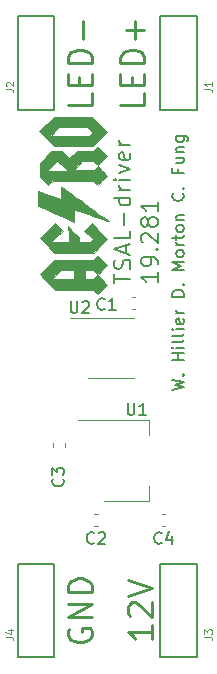
<source format=gbr>
G04 #@! TF.GenerationSoftware,KiCad,Pcbnew,5.1.4-e60b266~84~ubuntu18.04.1*
G04 #@! TF.CreationDate,2019-10-08T20:02:31-04:00*
G04 #@! TF.ProjectId,TSAL-driver,5453414c-2d64-4726-9976-65722e6b6963,rev?*
G04 #@! TF.SameCoordinates,Original*
G04 #@! TF.FileFunction,Legend,Top*
G04 #@! TF.FilePolarity,Positive*
%FSLAX46Y46*%
G04 Gerber Fmt 4.6, Leading zero omitted, Abs format (unit mm)*
G04 Created by KiCad (PCBNEW 5.1.4-e60b266~84~ubuntu18.04.1) date 2019-10-08 20:02:31*
%MOMM*%
%LPD*%
G04 APERTURE LIST*
%ADD10C,0.203200*%
%ADD11C,0.152400*%
%ADD12C,0.010000*%
%ADD13C,0.120000*%
%ADD14C,0.127000*%
%ADD15C,0.150000*%
%ADD16C,0.050000*%
%ADD17C,0.254000*%
G04 APERTURE END LIST*
D10*
X134229626Y-81522872D02*
X134229626Y-80724586D01*
X135626626Y-81123729D02*
X134229626Y-81123729D01*
X135560102Y-80325443D02*
X135626626Y-80125872D01*
X135626626Y-79793253D01*
X135560102Y-79660205D01*
X135493578Y-79593681D01*
X135360530Y-79527158D01*
X135227483Y-79527158D01*
X135094435Y-79593681D01*
X135027911Y-79660205D01*
X134961388Y-79793253D01*
X134894864Y-80059348D01*
X134828340Y-80192396D01*
X134761816Y-80258920D01*
X134628769Y-80325443D01*
X134495721Y-80325443D01*
X134362673Y-80258920D01*
X134296150Y-80192396D01*
X134229626Y-80059348D01*
X134229626Y-79726729D01*
X134296150Y-79527158D01*
X135227483Y-78994967D02*
X135227483Y-78329729D01*
X135626626Y-79128015D02*
X134229626Y-78662348D01*
X135626626Y-78196681D01*
X135626626Y-77065777D02*
X135626626Y-77731015D01*
X134229626Y-77731015D01*
X135094435Y-76600110D02*
X135094435Y-75535729D01*
X135626626Y-74271777D02*
X134229626Y-74271777D01*
X135560102Y-74271777D02*
X135626626Y-74404824D01*
X135626626Y-74670920D01*
X135560102Y-74803967D01*
X135493578Y-74870491D01*
X135360530Y-74937015D01*
X134961388Y-74937015D01*
X134828340Y-74870491D01*
X134761816Y-74803967D01*
X134695292Y-74670920D01*
X134695292Y-74404824D01*
X134761816Y-74271777D01*
X135626626Y-73606539D02*
X134695292Y-73606539D01*
X134961388Y-73606539D02*
X134828340Y-73540015D01*
X134761816Y-73473491D01*
X134695292Y-73340443D01*
X134695292Y-73207396D01*
X135626626Y-72741729D02*
X134695292Y-72741729D01*
X134229626Y-72741729D02*
X134296150Y-72808253D01*
X134362673Y-72741729D01*
X134296150Y-72675205D01*
X134229626Y-72741729D01*
X134362673Y-72741729D01*
X134695292Y-72209539D02*
X135626626Y-71876920D01*
X134695292Y-71544300D01*
X135560102Y-70479920D02*
X135626626Y-70612967D01*
X135626626Y-70879062D01*
X135560102Y-71012110D01*
X135427054Y-71078634D01*
X134894864Y-71078634D01*
X134761816Y-71012110D01*
X134695292Y-70879062D01*
X134695292Y-70612967D01*
X134761816Y-70479920D01*
X134894864Y-70413396D01*
X135027911Y-70413396D01*
X135160959Y-71078634D01*
X135626626Y-69814681D02*
X134695292Y-69814681D01*
X134961388Y-69814681D02*
X134828340Y-69748158D01*
X134761816Y-69681634D01*
X134695292Y-69548586D01*
X134695292Y-69415539D01*
X137925326Y-80591539D02*
X137925326Y-81389824D01*
X137925326Y-80990681D02*
X136528326Y-80990681D01*
X136727897Y-81123729D01*
X136860945Y-81256777D01*
X136927469Y-81389824D01*
X137925326Y-79926300D02*
X137925326Y-79660205D01*
X137858802Y-79527158D01*
X137792278Y-79460634D01*
X137592707Y-79327586D01*
X137326611Y-79261062D01*
X136794421Y-79261062D01*
X136661373Y-79327586D01*
X136594850Y-79394110D01*
X136528326Y-79527158D01*
X136528326Y-79793253D01*
X136594850Y-79926300D01*
X136661373Y-79992824D01*
X136794421Y-80059348D01*
X137127040Y-80059348D01*
X137260088Y-79992824D01*
X137326611Y-79926300D01*
X137393135Y-79793253D01*
X137393135Y-79527158D01*
X137326611Y-79394110D01*
X137260088Y-79327586D01*
X137127040Y-79261062D01*
X137792278Y-78662348D02*
X137858802Y-78595824D01*
X137925326Y-78662348D01*
X137858802Y-78728872D01*
X137792278Y-78662348D01*
X137925326Y-78662348D01*
X136661373Y-78063634D02*
X136594850Y-77997110D01*
X136528326Y-77864062D01*
X136528326Y-77531443D01*
X136594850Y-77398396D01*
X136661373Y-77331872D01*
X136794421Y-77265348D01*
X136927469Y-77265348D01*
X137127040Y-77331872D01*
X137925326Y-78130158D01*
X137925326Y-77265348D01*
X137127040Y-76467062D02*
X137060516Y-76600110D01*
X136993992Y-76666634D01*
X136860945Y-76733158D01*
X136794421Y-76733158D01*
X136661373Y-76666634D01*
X136594850Y-76600110D01*
X136528326Y-76467062D01*
X136528326Y-76200967D01*
X136594850Y-76067920D01*
X136661373Y-76001396D01*
X136794421Y-75934872D01*
X136860945Y-75934872D01*
X136993992Y-76001396D01*
X137060516Y-76067920D01*
X137127040Y-76200967D01*
X137127040Y-76467062D01*
X137193564Y-76600110D01*
X137260088Y-76666634D01*
X137393135Y-76733158D01*
X137659230Y-76733158D01*
X137792278Y-76666634D01*
X137858802Y-76600110D01*
X137925326Y-76467062D01*
X137925326Y-76200967D01*
X137858802Y-76067920D01*
X137792278Y-76001396D01*
X137659230Y-75934872D01*
X137393135Y-75934872D01*
X137260088Y-76001396D01*
X137193564Y-76067920D01*
X137127040Y-76200967D01*
X137925326Y-74604396D02*
X137925326Y-75402681D01*
X137925326Y-75003539D02*
X136528326Y-75003539D01*
X136727897Y-75136586D01*
X136860945Y-75269634D01*
X136927469Y-75402681D01*
D11*
X139143619Y-90544952D02*
X140159619Y-90303047D01*
X139433904Y-90109523D01*
X140159619Y-89916000D01*
X139143619Y-89674095D01*
X140062857Y-89287047D02*
X140111238Y-89238666D01*
X140159619Y-89287047D01*
X140111238Y-89335428D01*
X140062857Y-89287047D01*
X140159619Y-89287047D01*
X140159619Y-88029142D02*
X139143619Y-88029142D01*
X139627428Y-88029142D02*
X139627428Y-87448571D01*
X140159619Y-87448571D02*
X139143619Y-87448571D01*
X140159619Y-86964761D02*
X139482285Y-86964761D01*
X139143619Y-86964761D02*
X139192000Y-87013142D01*
X139240380Y-86964761D01*
X139192000Y-86916380D01*
X139143619Y-86964761D01*
X139240380Y-86964761D01*
X140159619Y-86335809D02*
X140111238Y-86432571D01*
X140014476Y-86480952D01*
X139143619Y-86480952D01*
X140159619Y-85803619D02*
X140111238Y-85900380D01*
X140014476Y-85948761D01*
X139143619Y-85948761D01*
X140159619Y-85416571D02*
X139482285Y-85416571D01*
X139143619Y-85416571D02*
X139192000Y-85464952D01*
X139240380Y-85416571D01*
X139192000Y-85368190D01*
X139143619Y-85416571D01*
X139240380Y-85416571D01*
X140111238Y-84545714D02*
X140159619Y-84642476D01*
X140159619Y-84836000D01*
X140111238Y-84932761D01*
X140014476Y-84981142D01*
X139627428Y-84981142D01*
X139530666Y-84932761D01*
X139482285Y-84836000D01*
X139482285Y-84642476D01*
X139530666Y-84545714D01*
X139627428Y-84497333D01*
X139724190Y-84497333D01*
X139820952Y-84981142D01*
X140159619Y-84061904D02*
X139482285Y-84061904D01*
X139675809Y-84061904D02*
X139579047Y-84013523D01*
X139530666Y-83965142D01*
X139482285Y-83868380D01*
X139482285Y-83771619D01*
X140159619Y-82658857D02*
X139143619Y-82658857D01*
X139143619Y-82416952D01*
X139192000Y-82271809D01*
X139288761Y-82175047D01*
X139385523Y-82126666D01*
X139579047Y-82078285D01*
X139724190Y-82078285D01*
X139917714Y-82126666D01*
X140014476Y-82175047D01*
X140111238Y-82271809D01*
X140159619Y-82416952D01*
X140159619Y-82658857D01*
X140062857Y-81642857D02*
X140111238Y-81594476D01*
X140159619Y-81642857D01*
X140111238Y-81691238D01*
X140062857Y-81642857D01*
X140159619Y-81642857D01*
X140159619Y-80384952D02*
X139143619Y-80384952D01*
X139869333Y-80046285D01*
X139143619Y-79707619D01*
X140159619Y-79707619D01*
X140159619Y-79078666D02*
X140111238Y-79175428D01*
X140062857Y-79223809D01*
X139966095Y-79272190D01*
X139675809Y-79272190D01*
X139579047Y-79223809D01*
X139530666Y-79175428D01*
X139482285Y-79078666D01*
X139482285Y-78933523D01*
X139530666Y-78836761D01*
X139579047Y-78788380D01*
X139675809Y-78740000D01*
X139966095Y-78740000D01*
X140062857Y-78788380D01*
X140111238Y-78836761D01*
X140159619Y-78933523D01*
X140159619Y-79078666D01*
X140159619Y-78304571D02*
X139482285Y-78304571D01*
X139675809Y-78304571D02*
X139579047Y-78256190D01*
X139530666Y-78207809D01*
X139482285Y-78111047D01*
X139482285Y-78014285D01*
X139482285Y-77820761D02*
X139482285Y-77433714D01*
X139143619Y-77675619D02*
X140014476Y-77675619D01*
X140111238Y-77627238D01*
X140159619Y-77530476D01*
X140159619Y-77433714D01*
X140159619Y-76949904D02*
X140111238Y-77046666D01*
X140062857Y-77095047D01*
X139966095Y-77143428D01*
X139675809Y-77143428D01*
X139579047Y-77095047D01*
X139530666Y-77046666D01*
X139482285Y-76949904D01*
X139482285Y-76804761D01*
X139530666Y-76708000D01*
X139579047Y-76659619D01*
X139675809Y-76611238D01*
X139966095Y-76611238D01*
X140062857Y-76659619D01*
X140111238Y-76708000D01*
X140159619Y-76804761D01*
X140159619Y-76949904D01*
X139482285Y-76175809D02*
X140159619Y-76175809D01*
X139579047Y-76175809D02*
X139530666Y-76127428D01*
X139482285Y-76030666D01*
X139482285Y-75885523D01*
X139530666Y-75788761D01*
X139627428Y-75740380D01*
X140159619Y-75740380D01*
X140062857Y-73901904D02*
X140111238Y-73950285D01*
X140159619Y-74095428D01*
X140159619Y-74192190D01*
X140111238Y-74337333D01*
X140014476Y-74434095D01*
X139917714Y-74482476D01*
X139724190Y-74530857D01*
X139579047Y-74530857D01*
X139385523Y-74482476D01*
X139288761Y-74434095D01*
X139192000Y-74337333D01*
X139143619Y-74192190D01*
X139143619Y-74095428D01*
X139192000Y-73950285D01*
X139240380Y-73901904D01*
X140062857Y-73466476D02*
X140111238Y-73418095D01*
X140159619Y-73466476D01*
X140111238Y-73514857D01*
X140062857Y-73466476D01*
X140159619Y-73466476D01*
X139627428Y-71869904D02*
X139627428Y-72208571D01*
X140159619Y-72208571D02*
X139143619Y-72208571D01*
X139143619Y-71724761D01*
X139482285Y-70902285D02*
X140159619Y-70902285D01*
X139482285Y-71337714D02*
X140014476Y-71337714D01*
X140111238Y-71289333D01*
X140159619Y-71192571D01*
X140159619Y-71047428D01*
X140111238Y-70950666D01*
X140062857Y-70902285D01*
X139482285Y-70418476D02*
X140159619Y-70418476D01*
X139579047Y-70418476D02*
X139530666Y-70370095D01*
X139482285Y-70273333D01*
X139482285Y-70128190D01*
X139530666Y-70031428D01*
X139627428Y-69983047D01*
X140159619Y-69983047D01*
X139482285Y-69063809D02*
X140304761Y-69063809D01*
X140401523Y-69112190D01*
X140449904Y-69160571D01*
X140498285Y-69257333D01*
X140498285Y-69402476D01*
X140449904Y-69499238D01*
X140111238Y-69063809D02*
X140159619Y-69160571D01*
X140159619Y-69354095D01*
X140111238Y-69450857D01*
X140062857Y-69499238D01*
X139966095Y-69547619D01*
X139675809Y-69547619D01*
X139579047Y-69499238D01*
X139530666Y-69450857D01*
X139482285Y-69354095D01*
X139482285Y-69160571D01*
X139530666Y-69063809D01*
D12*
G36*
X128553394Y-68037708D02*
G01*
X129182412Y-67407962D01*
X132332592Y-67407962D01*
X133643934Y-68720668D01*
X132471096Y-69891984D01*
X132188625Y-69891984D01*
X132188625Y-69017328D01*
X132304504Y-68905013D01*
X132420384Y-68792699D01*
X132184656Y-68555151D01*
X131948929Y-68317603D01*
X129601663Y-68317603D01*
X129253113Y-68667466D01*
X128904564Y-69017328D01*
X132188625Y-69017328D01*
X132188625Y-69891984D01*
X129147405Y-69891984D01*
X128535890Y-69279719D01*
X127924376Y-68667455D01*
X128553394Y-68037708D01*
X128553394Y-68037708D01*
G37*
X128553394Y-68037708D02*
X129182412Y-67407962D01*
X132332592Y-67407962D01*
X133643934Y-68720668D01*
X132471096Y-69891984D01*
X132188625Y-69891984D01*
X132188625Y-69017328D01*
X132304504Y-68905013D01*
X132420384Y-68792699D01*
X132184656Y-68555151D01*
X131948929Y-68317603D01*
X129601663Y-68317603D01*
X129253113Y-68667466D01*
X128904564Y-69017328D01*
X132188625Y-69017328D01*
X132188625Y-69891984D01*
X129147405Y-69891984D01*
X128535890Y-69279719D01*
X127924376Y-68667455D01*
X128553394Y-68037708D01*
G36*
X128440121Y-70844906D02*
G01*
X128939113Y-70346805D01*
X129846495Y-70346805D01*
X130460177Y-70957643D01*
X130784437Y-70634731D01*
X131108698Y-70311818D01*
X132469646Y-70311818D01*
X132654931Y-70128834D01*
X132840217Y-69945851D01*
X133644270Y-70749904D01*
X132856694Y-71534688D01*
X132664270Y-71362096D01*
X132471846Y-71189503D01*
X132016428Y-71187989D01*
X131561011Y-71186474D01*
X131177356Y-71571322D01*
X130793700Y-71956171D01*
X132509463Y-71956171D01*
X132682144Y-71780854D01*
X132854825Y-71605536D01*
X133249355Y-71998947D01*
X133383260Y-72133821D01*
X133497693Y-72251657D01*
X133584262Y-72343604D01*
X133634577Y-72400816D01*
X133643884Y-72414977D01*
X133619858Y-72445622D01*
X133553504Y-72515574D01*
X133453412Y-72616144D01*
X133328171Y-72738642D01*
X133243024Y-72820490D01*
X132842164Y-73203382D01*
X132658200Y-73017104D01*
X132474236Y-72830827D01*
X130337343Y-72830827D01*
X130337343Y-72026143D01*
X129891440Y-71580241D01*
X129445537Y-71134338D01*
X128553732Y-72026143D01*
X130337343Y-72026143D01*
X130337343Y-72830827D01*
X129045225Y-72830827D01*
X128842818Y-73031121D01*
X128640412Y-73231415D01*
X128290771Y-72883086D01*
X127941130Y-72534756D01*
X127941130Y-71343007D01*
X128440121Y-70844906D01*
X128440121Y-70844906D01*
G37*
X128440121Y-70844906D02*
X128939113Y-70346805D01*
X129846495Y-70346805D01*
X130460177Y-70957643D01*
X130784437Y-70634731D01*
X131108698Y-70311818D01*
X132469646Y-70311818D01*
X132654931Y-70128834D01*
X132840217Y-69945851D01*
X133644270Y-70749904D01*
X132856694Y-71534688D01*
X132664270Y-71362096D01*
X132471846Y-71189503D01*
X132016428Y-71187989D01*
X131561011Y-71186474D01*
X131177356Y-71571322D01*
X130793700Y-71956171D01*
X132509463Y-71956171D01*
X132682144Y-71780854D01*
X132854825Y-71605536D01*
X133249355Y-71998947D01*
X133383260Y-72133821D01*
X133497693Y-72251657D01*
X133584262Y-72343604D01*
X133634577Y-72400816D01*
X133643884Y-72414977D01*
X133619858Y-72445622D01*
X133553504Y-72515574D01*
X133453412Y-72616144D01*
X133328171Y-72738642D01*
X133243024Y-72820490D01*
X132842164Y-73203382D01*
X132658200Y-73017104D01*
X132474236Y-72830827D01*
X130337343Y-72830827D01*
X130337343Y-72026143D01*
X129891440Y-71580241D01*
X129445537Y-71134338D01*
X128553732Y-72026143D01*
X130337343Y-72026143D01*
X130337343Y-72830827D01*
X129045225Y-72830827D01*
X128842818Y-73031121D01*
X128640412Y-73231415D01*
X128290771Y-72883086D01*
X127941130Y-72534756D01*
X127941130Y-71343007D01*
X128440121Y-70844906D01*
G36*
X128595679Y-77056864D02*
G01*
X129235283Y-76417961D01*
X129567940Y-76749235D01*
X129900597Y-77080508D01*
X129419886Y-77562141D01*
X128939174Y-78043774D01*
X130393091Y-78043774D01*
X130382882Y-77379463D01*
X130372672Y-76715151D01*
X130801254Y-77142781D01*
X131229835Y-77570410D01*
X131229835Y-78043774D01*
X132240874Y-78043774D01*
X132335994Y-77919067D01*
X132431113Y-77794359D01*
X132075558Y-77437589D01*
X131720002Y-77080820D01*
X132035625Y-76765197D01*
X132351248Y-76449575D01*
X132997566Y-77099155D01*
X133170587Y-77273660D01*
X133326125Y-77431708D01*
X133457697Y-77566615D01*
X133558821Y-77671696D01*
X133623012Y-77740268D01*
X133643884Y-77765454D01*
X133620205Y-77793865D01*
X133553800Y-77864415D01*
X133451616Y-77969961D01*
X133320602Y-78103361D01*
X133167704Y-78257474D01*
X133074972Y-78350301D01*
X132506060Y-78918430D01*
X129185604Y-78918430D01*
X128570840Y-78307098D01*
X127956075Y-77695766D01*
X128595679Y-77056864D01*
X128595679Y-77056864D01*
G37*
X128595679Y-77056864D02*
X129235283Y-76417961D01*
X129567940Y-76749235D01*
X129900597Y-77080508D01*
X129419886Y-77562141D01*
X128939174Y-78043774D01*
X130393091Y-78043774D01*
X130382882Y-77379463D01*
X130372672Y-76715151D01*
X130801254Y-77142781D01*
X131229835Y-77570410D01*
X131229835Y-78043774D01*
X132240874Y-78043774D01*
X132335994Y-77919067D01*
X132431113Y-77794359D01*
X132075558Y-77437589D01*
X131720002Y-77080820D01*
X132035625Y-76765197D01*
X132351248Y-76449575D01*
X132997566Y-77099155D01*
X133170587Y-77273660D01*
X133326125Y-77431708D01*
X133457697Y-77566615D01*
X133558821Y-77671696D01*
X133623012Y-77740268D01*
X133643884Y-77765454D01*
X133620205Y-77793865D01*
X133553800Y-77864415D01*
X133451616Y-77969961D01*
X133320602Y-78103361D01*
X133167704Y-78257474D01*
X133074972Y-78350301D01*
X132506060Y-78918430D01*
X129185604Y-78918430D01*
X128570840Y-78307098D01*
X127956075Y-77695766D01*
X128595679Y-77056864D01*
G36*
X128544988Y-80151339D02*
G01*
X129148884Y-79548182D01*
X132469646Y-79548182D01*
X132654931Y-79365198D01*
X132840217Y-79182214D01*
X133242243Y-79584241D01*
X133644270Y-79986267D01*
X133242050Y-80387346D01*
X132839830Y-80788424D01*
X132469646Y-80422838D01*
X131754628Y-80422838D01*
X131754628Y-81192535D01*
X132469646Y-81192535D01*
X132654931Y-81009551D01*
X132840217Y-80826567D01*
X133644270Y-81630620D01*
X132839830Y-82432776D01*
X132654738Y-82249984D01*
X132469646Y-82067190D01*
X130844986Y-82067190D01*
X130844986Y-81192535D01*
X130844986Y-80422838D01*
X129705990Y-80422838D01*
X129304620Y-80805913D01*
X128903251Y-81188989D01*
X129874119Y-81190762D01*
X130844986Y-81192535D01*
X130844986Y-82067190D01*
X129252422Y-82067190D01*
X128596757Y-81410843D01*
X127941091Y-80754495D01*
X128544988Y-80151339D01*
X128544988Y-80151339D01*
G37*
X128544988Y-80151339D02*
X129148884Y-79548182D01*
X132469646Y-79548182D01*
X132654931Y-79365198D01*
X132840217Y-79182214D01*
X133242243Y-79584241D01*
X133644270Y-79986267D01*
X133242050Y-80387346D01*
X132839830Y-80788424D01*
X132469646Y-80422838D01*
X131754628Y-80422838D01*
X131754628Y-81192535D01*
X132469646Y-81192535D01*
X132654931Y-81009551D01*
X132840217Y-80826567D01*
X133644270Y-81630620D01*
X132839830Y-82432776D01*
X132654738Y-82249984D01*
X132469646Y-82067190D01*
X130844986Y-82067190D01*
X130844986Y-81192535D01*
X130844986Y-80422838D01*
X129705990Y-80422838D01*
X129304620Y-80805913D01*
X128903251Y-81188989D01*
X129874119Y-81190762D01*
X130844986Y-81192535D01*
X130844986Y-82067190D01*
X129252422Y-82067190D01*
X128596757Y-81410843D01*
X127941091Y-80754495D01*
X128544988Y-80151339D01*
G36*
X128745813Y-74037851D02*
G01*
X129725427Y-74397060D01*
X129725427Y-73853424D01*
X129725846Y-73648358D01*
X129727861Y-73504168D01*
X129732611Y-73411759D01*
X129741234Y-73362035D01*
X129754869Y-73345900D01*
X129774654Y-73354261D01*
X129786653Y-73364289D01*
X129823473Y-73392292D01*
X129911537Y-73457005D01*
X130045215Y-73554378D01*
X130218877Y-73680360D01*
X130426893Y-73830900D01*
X130663633Y-74001948D01*
X130923466Y-74189453D01*
X131200763Y-74389364D01*
X131489893Y-74597630D01*
X131785227Y-74810200D01*
X132081134Y-75023025D01*
X132371985Y-75232053D01*
X132652148Y-75433233D01*
X132915995Y-75622515D01*
X133157895Y-75795847D01*
X133372217Y-75949181D01*
X133553333Y-76078463D01*
X133695611Y-76179645D01*
X133793422Y-76248674D01*
X133841136Y-76281501D01*
X133842265Y-76282220D01*
X133823674Y-76279457D01*
X133745209Y-76255691D01*
X133613056Y-76212989D01*
X133433402Y-76153417D01*
X133212431Y-76079041D01*
X132956332Y-75991928D01*
X132671288Y-75894145D01*
X132402142Y-75801159D01*
X132093551Y-75694276D01*
X131805885Y-75594769D01*
X131545757Y-75504915D01*
X131319778Y-75426994D01*
X131134560Y-75363282D01*
X130996716Y-75316058D01*
X130912858Y-75287599D01*
X130888987Y-75279862D01*
X130885836Y-75312823D01*
X130883166Y-75403606D01*
X130881186Y-75540059D01*
X130880108Y-75710034D01*
X130879973Y-75799786D01*
X130879973Y-76319709D01*
X129996570Y-75928949D01*
X129717003Y-75805406D01*
X129414805Y-75672067D01*
X129108947Y-75537290D01*
X128818400Y-75409431D01*
X128562135Y-75296846D01*
X128439683Y-75243152D01*
X127766199Y-74948117D01*
X127766199Y-73678643D01*
X128745813Y-74037851D01*
X128745813Y-74037851D01*
G37*
X128745813Y-74037851D02*
X129725427Y-74397060D01*
X129725427Y-73853424D01*
X129725846Y-73648358D01*
X129727861Y-73504168D01*
X129732611Y-73411759D01*
X129741234Y-73362035D01*
X129754869Y-73345900D01*
X129774654Y-73354261D01*
X129786653Y-73364289D01*
X129823473Y-73392292D01*
X129911537Y-73457005D01*
X130045215Y-73554378D01*
X130218877Y-73680360D01*
X130426893Y-73830900D01*
X130663633Y-74001948D01*
X130923466Y-74189453D01*
X131200763Y-74389364D01*
X131489893Y-74597630D01*
X131785227Y-74810200D01*
X132081134Y-75023025D01*
X132371985Y-75232053D01*
X132652148Y-75433233D01*
X132915995Y-75622515D01*
X133157895Y-75795847D01*
X133372217Y-75949181D01*
X133553333Y-76078463D01*
X133695611Y-76179645D01*
X133793422Y-76248674D01*
X133841136Y-76281501D01*
X133842265Y-76282220D01*
X133823674Y-76279457D01*
X133745209Y-76255691D01*
X133613056Y-76212989D01*
X133433402Y-76153417D01*
X133212431Y-76079041D01*
X132956332Y-75991928D01*
X132671288Y-75894145D01*
X132402142Y-75801159D01*
X132093551Y-75694276D01*
X131805885Y-75594769D01*
X131545757Y-75504915D01*
X131319778Y-75426994D01*
X131134560Y-75363282D01*
X130996716Y-75316058D01*
X130912858Y-75287599D01*
X130888987Y-75279862D01*
X130885836Y-75312823D01*
X130883166Y-75403606D01*
X130881186Y-75540059D01*
X130880108Y-75710034D01*
X130879973Y-75799786D01*
X130879973Y-76319709D01*
X129996570Y-75928949D01*
X129717003Y-75805406D01*
X129414805Y-75672067D01*
X129108947Y-75537290D01*
X128818400Y-75409431D01*
X128562135Y-75296846D01*
X128439683Y-75243152D01*
X127766199Y-74948117D01*
X127766199Y-73678643D01*
X128745813Y-74037851D01*
D13*
X131155000Y-93110000D02*
X137165000Y-93110000D01*
X133405000Y-99930000D02*
X137165000Y-99930000D01*
X137165000Y-93110000D02*
X137165000Y-94370000D01*
X137165000Y-99930000D02*
X137165000Y-98670000D01*
D14*
X141260000Y-113180000D02*
X138140000Y-113180000D01*
X141260000Y-105260000D02*
X141260000Y-113180000D01*
X138140000Y-105260000D02*
X141260000Y-105260000D01*
X138140000Y-113180000D02*
X138140000Y-105260000D01*
X141260000Y-66825000D02*
X138140000Y-66825000D01*
X141260000Y-58905000D02*
X141260000Y-66825000D01*
X138140000Y-58905000D02*
X141260000Y-58905000D01*
X138140000Y-66825000D02*
X138140000Y-58905000D01*
X129195000Y-113180000D02*
X126075000Y-113180000D01*
X129195000Y-105260000D02*
X129195000Y-113180000D01*
X126075000Y-105260000D02*
X129195000Y-105260000D01*
X126075000Y-113180000D02*
X126075000Y-105260000D01*
X129195000Y-66825000D02*
X126075000Y-66825000D01*
X129195000Y-58905000D02*
X129195000Y-66825000D01*
X126075000Y-58905000D02*
X129195000Y-58905000D01*
X126075000Y-66825000D02*
X126075000Y-58905000D01*
D13*
X136052779Y-82675000D02*
X135727221Y-82675000D01*
X136052779Y-83695000D02*
X135727221Y-83695000D01*
X132877779Y-101090000D02*
X132552221Y-101090000D01*
X132877779Y-102110000D02*
X132552221Y-102110000D01*
X129030000Y-95087221D02*
X129030000Y-95412779D01*
X130050000Y-95087221D02*
X130050000Y-95412779D01*
X138267221Y-102110000D02*
X138592779Y-102110000D01*
X138267221Y-101090000D02*
X138592779Y-101090000D01*
X133985000Y-84435000D02*
X130535000Y-84435000D01*
X133985000Y-84435000D02*
X135935000Y-84435000D01*
X133985000Y-89555000D02*
X132035000Y-89555000D01*
X133985000Y-89555000D02*
X135935000Y-89555000D01*
D15*
X135382095Y-91654380D02*
X135382095Y-92463904D01*
X135429714Y-92559142D01*
X135477333Y-92606761D01*
X135572571Y-92654380D01*
X135763047Y-92654380D01*
X135858285Y-92606761D01*
X135905904Y-92559142D01*
X135953523Y-92463904D01*
X135953523Y-91654380D01*
X136953523Y-92654380D02*
X136382095Y-92654380D01*
X136667809Y-92654380D02*
X136667809Y-91654380D01*
X136572571Y-91797238D01*
X136477333Y-91892476D01*
X136382095Y-91940095D01*
D16*
X141889330Y-111458961D02*
X142346725Y-111458961D01*
X142438204Y-111489454D01*
X142499190Y-111550440D01*
X142529683Y-111641919D01*
X142529683Y-111702905D01*
X141889330Y-111215017D02*
X141889330Y-110818608D01*
X142133274Y-111032059D01*
X142133274Y-110940580D01*
X142163767Y-110879594D01*
X142194260Y-110849101D01*
X142255246Y-110818608D01*
X142407711Y-110818608D01*
X142468697Y-110849101D01*
X142499190Y-110879594D01*
X142529683Y-110940580D01*
X142529683Y-111123538D01*
X142499190Y-111184524D01*
X142468697Y-111215017D01*
D17*
X137444238Y-110477904D02*
X137444238Y-111639047D01*
X137444238Y-111058476D02*
X135412238Y-111058476D01*
X135702523Y-111252000D01*
X135896047Y-111445523D01*
X135992809Y-111639047D01*
X135605761Y-109703809D02*
X135509000Y-109607047D01*
X135412238Y-109413523D01*
X135412238Y-108929714D01*
X135509000Y-108736190D01*
X135605761Y-108639428D01*
X135799285Y-108542666D01*
X135992809Y-108542666D01*
X136283095Y-108639428D01*
X137444238Y-109800571D01*
X137444238Y-108542666D01*
X135412238Y-107962095D02*
X137444238Y-107284761D01*
X135412238Y-106607428D01*
D16*
X141889330Y-65103961D02*
X142346725Y-65103961D01*
X142438204Y-65134454D01*
X142499190Y-65195440D01*
X142529683Y-65286919D01*
X142529683Y-65347905D01*
X142529683Y-64463608D02*
X142529683Y-64829524D01*
X142529683Y-64646566D02*
X141889330Y-64646566D01*
X141980809Y-64707552D01*
X142041795Y-64768538D01*
X142072288Y-64829524D01*
D17*
X136809238Y-65429190D02*
X136809238Y-66396809D01*
X134777238Y-66396809D01*
X135744857Y-64751857D02*
X135744857Y-64074523D01*
X136809238Y-63784238D02*
X136809238Y-64751857D01*
X134777238Y-64751857D01*
X134777238Y-63784238D01*
X136809238Y-62913380D02*
X134777238Y-62913380D01*
X134777238Y-62429571D01*
X134874000Y-62139285D01*
X135067523Y-61945761D01*
X135261047Y-61849000D01*
X135648095Y-61752238D01*
X135938380Y-61752238D01*
X136325428Y-61849000D01*
X136518952Y-61945761D01*
X136712476Y-62139285D01*
X136809238Y-62429571D01*
X136809238Y-62913380D01*
X136035142Y-60881380D02*
X136035142Y-59333190D01*
X136809238Y-60107285D02*
X135261047Y-60107285D01*
D16*
X125076720Y-111458961D02*
X125534115Y-111458961D01*
X125625594Y-111489454D01*
X125686580Y-111550440D01*
X125717073Y-111641919D01*
X125717073Y-111702905D01*
X125290171Y-110879594D02*
X125717073Y-110879594D01*
X125046227Y-111032059D02*
X125503622Y-111184524D01*
X125503622Y-110788115D01*
D17*
X130429000Y-110768190D02*
X130332238Y-110961714D01*
X130332238Y-111252000D01*
X130429000Y-111542285D01*
X130622523Y-111735809D01*
X130816047Y-111832571D01*
X131203095Y-111929333D01*
X131493380Y-111929333D01*
X131880428Y-111832571D01*
X132073952Y-111735809D01*
X132267476Y-111542285D01*
X132364238Y-111252000D01*
X132364238Y-111058476D01*
X132267476Y-110768190D01*
X132170714Y-110671428D01*
X131493380Y-110671428D01*
X131493380Y-111058476D01*
X132364238Y-109800571D02*
X130332238Y-109800571D01*
X132364238Y-108639428D01*
X130332238Y-108639428D01*
X132364238Y-107671809D02*
X130332238Y-107671809D01*
X130332238Y-107188000D01*
X130429000Y-106897714D01*
X130622523Y-106704190D01*
X130816047Y-106607428D01*
X131203095Y-106510666D01*
X131493380Y-106510666D01*
X131880428Y-106607428D01*
X132073952Y-106704190D01*
X132267476Y-106897714D01*
X132364238Y-107188000D01*
X132364238Y-107671809D01*
D16*
X125076720Y-65103961D02*
X125534115Y-65103961D01*
X125625594Y-65134454D01*
X125686580Y-65195440D01*
X125717073Y-65286919D01*
X125717073Y-65347905D01*
X125137706Y-64829524D02*
X125107213Y-64799031D01*
X125076720Y-64738045D01*
X125076720Y-64585580D01*
X125107213Y-64524594D01*
X125137706Y-64494101D01*
X125198692Y-64463608D01*
X125259678Y-64463608D01*
X125351157Y-64494101D01*
X125717073Y-64860017D01*
X125717073Y-64463608D01*
D17*
X132364238Y-65429190D02*
X132364238Y-66396809D01*
X130332238Y-66396809D01*
X131299857Y-64751857D02*
X131299857Y-64074523D01*
X132364238Y-63784238D02*
X132364238Y-64751857D01*
X130332238Y-64751857D01*
X130332238Y-63784238D01*
X132364238Y-62913380D02*
X130332238Y-62913380D01*
X130332238Y-62429571D01*
X130429000Y-62139285D01*
X130622523Y-61945761D01*
X130816047Y-61849000D01*
X131203095Y-61752238D01*
X131493380Y-61752238D01*
X131880428Y-61849000D01*
X132073952Y-61945761D01*
X132267476Y-62139285D01*
X132364238Y-62429571D01*
X132364238Y-62913380D01*
X131590142Y-60881380D02*
X131590142Y-59333190D01*
D15*
X133437333Y-83669142D02*
X133389714Y-83716761D01*
X133246857Y-83764380D01*
X133151619Y-83764380D01*
X133008761Y-83716761D01*
X132913523Y-83621523D01*
X132865904Y-83526285D01*
X132818285Y-83335809D01*
X132818285Y-83192952D01*
X132865904Y-83002476D01*
X132913523Y-82907238D01*
X133008761Y-82812000D01*
X133151619Y-82764380D01*
X133246857Y-82764380D01*
X133389714Y-82812000D01*
X133437333Y-82859619D01*
X134389714Y-83764380D02*
X133818285Y-83764380D01*
X134104000Y-83764380D02*
X134104000Y-82764380D01*
X134008761Y-82907238D01*
X133913523Y-83002476D01*
X133818285Y-83050095D01*
X132548333Y-103481142D02*
X132500714Y-103528761D01*
X132357857Y-103576380D01*
X132262619Y-103576380D01*
X132119761Y-103528761D01*
X132024523Y-103433523D01*
X131976904Y-103338285D01*
X131929285Y-103147809D01*
X131929285Y-103004952D01*
X131976904Y-102814476D01*
X132024523Y-102719238D01*
X132119761Y-102624000D01*
X132262619Y-102576380D01*
X132357857Y-102576380D01*
X132500714Y-102624000D01*
X132548333Y-102671619D01*
X132929285Y-102671619D02*
X132976904Y-102624000D01*
X133072142Y-102576380D01*
X133310238Y-102576380D01*
X133405476Y-102624000D01*
X133453095Y-102671619D01*
X133500714Y-102766857D01*
X133500714Y-102862095D01*
X133453095Y-103004952D01*
X132881666Y-103576380D01*
X133500714Y-103576380D01*
X129897142Y-98083666D02*
X129944761Y-98131285D01*
X129992380Y-98274142D01*
X129992380Y-98369380D01*
X129944761Y-98512238D01*
X129849523Y-98607476D01*
X129754285Y-98655095D01*
X129563809Y-98702714D01*
X129420952Y-98702714D01*
X129230476Y-98655095D01*
X129135238Y-98607476D01*
X129040000Y-98512238D01*
X128992380Y-98369380D01*
X128992380Y-98274142D01*
X129040000Y-98131285D01*
X129087619Y-98083666D01*
X128992380Y-97750333D02*
X128992380Y-97131285D01*
X129373333Y-97464619D01*
X129373333Y-97321761D01*
X129420952Y-97226523D01*
X129468571Y-97178904D01*
X129563809Y-97131285D01*
X129801904Y-97131285D01*
X129897142Y-97178904D01*
X129944761Y-97226523D01*
X129992380Y-97321761D01*
X129992380Y-97607476D01*
X129944761Y-97702714D01*
X129897142Y-97750333D01*
X138263333Y-103481142D02*
X138215714Y-103528761D01*
X138072857Y-103576380D01*
X137977619Y-103576380D01*
X137834761Y-103528761D01*
X137739523Y-103433523D01*
X137691904Y-103338285D01*
X137644285Y-103147809D01*
X137644285Y-103004952D01*
X137691904Y-102814476D01*
X137739523Y-102719238D01*
X137834761Y-102624000D01*
X137977619Y-102576380D01*
X138072857Y-102576380D01*
X138215714Y-102624000D01*
X138263333Y-102671619D01*
X139120476Y-102909714D02*
X139120476Y-103576380D01*
X138882380Y-102528761D02*
X138644285Y-103243047D01*
X139263333Y-103243047D01*
X130556095Y-83018380D02*
X130556095Y-83827904D01*
X130603714Y-83923142D01*
X130651333Y-83970761D01*
X130746571Y-84018380D01*
X130937047Y-84018380D01*
X131032285Y-83970761D01*
X131079904Y-83923142D01*
X131127523Y-83827904D01*
X131127523Y-83018380D01*
X131556095Y-83113619D02*
X131603714Y-83066000D01*
X131698952Y-83018380D01*
X131937047Y-83018380D01*
X132032285Y-83066000D01*
X132079904Y-83113619D01*
X132127523Y-83208857D01*
X132127523Y-83304095D01*
X132079904Y-83446952D01*
X131508476Y-84018380D01*
X132127523Y-84018380D01*
M02*

</source>
